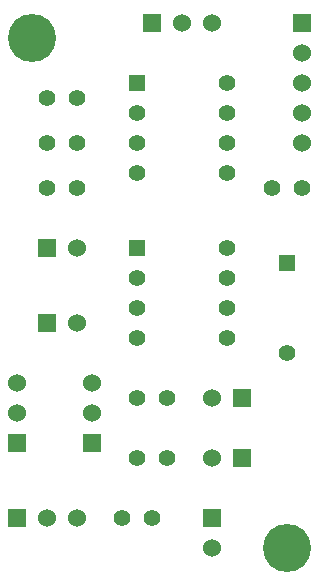
<source format=gts>
G04 (created by PCBNEW (2013-07-07 BZR 4022)-stable) date 5/14/2015 10:53:47 PM*
%MOIN*%
G04 Gerber Fmt 3.4, Leading zero omitted, Abs format*
%FSLAX34Y34*%
G01*
G70*
G90*
G04 APERTURE LIST*
%ADD10C,0.00590551*%
%ADD11C,0.055*%
%ADD12R,0.06X0.06*%
%ADD13C,0.06*%
%ADD14R,0.055X0.055*%
%ADD15C,0.16*%
G04 APERTURE END LIST*
G54D10*
G54D11*
X72000Y-46500D03*
X71000Y-46500D03*
X69000Y-38000D03*
X68000Y-38000D03*
X69000Y-36500D03*
X68000Y-36500D03*
X75500Y-39500D03*
X76500Y-39500D03*
X69000Y-39500D03*
X68000Y-39500D03*
X72000Y-48500D03*
X71000Y-48500D03*
X71500Y-50500D03*
X70500Y-50500D03*
G54D12*
X76500Y-34000D03*
G54D13*
X76500Y-35000D03*
X76500Y-36000D03*
X76500Y-37000D03*
X76500Y-38000D03*
G54D12*
X67000Y-48000D03*
G54D13*
X67000Y-47000D03*
X67000Y-46000D03*
G54D12*
X69500Y-48000D03*
G54D13*
X69500Y-47000D03*
X69500Y-46000D03*
G54D12*
X67000Y-50500D03*
G54D13*
X68000Y-50500D03*
X69000Y-50500D03*
G54D12*
X74500Y-46500D03*
G54D13*
X73500Y-46500D03*
G54D12*
X74500Y-48500D03*
G54D13*
X73500Y-48500D03*
G54D12*
X73500Y-50500D03*
G54D13*
X73500Y-51500D03*
G54D12*
X68000Y-41500D03*
G54D13*
X69000Y-41500D03*
G54D12*
X68000Y-44000D03*
G54D13*
X69000Y-44000D03*
G54D14*
X71000Y-41500D03*
G54D11*
X71000Y-42500D03*
X71000Y-43500D03*
X71000Y-44500D03*
X74000Y-44500D03*
X74000Y-43500D03*
X74000Y-42500D03*
X74000Y-41500D03*
G54D14*
X71000Y-36000D03*
G54D11*
X71000Y-37000D03*
X71000Y-38000D03*
X71000Y-39000D03*
X74000Y-39000D03*
X74000Y-38000D03*
X74000Y-37000D03*
X74000Y-36000D03*
G54D14*
X76000Y-42000D03*
G54D11*
X76000Y-45000D03*
G54D15*
X67500Y-34500D03*
X76000Y-51500D03*
G54D12*
X71500Y-34000D03*
G54D13*
X72500Y-34000D03*
X73500Y-34000D03*
M02*

</source>
